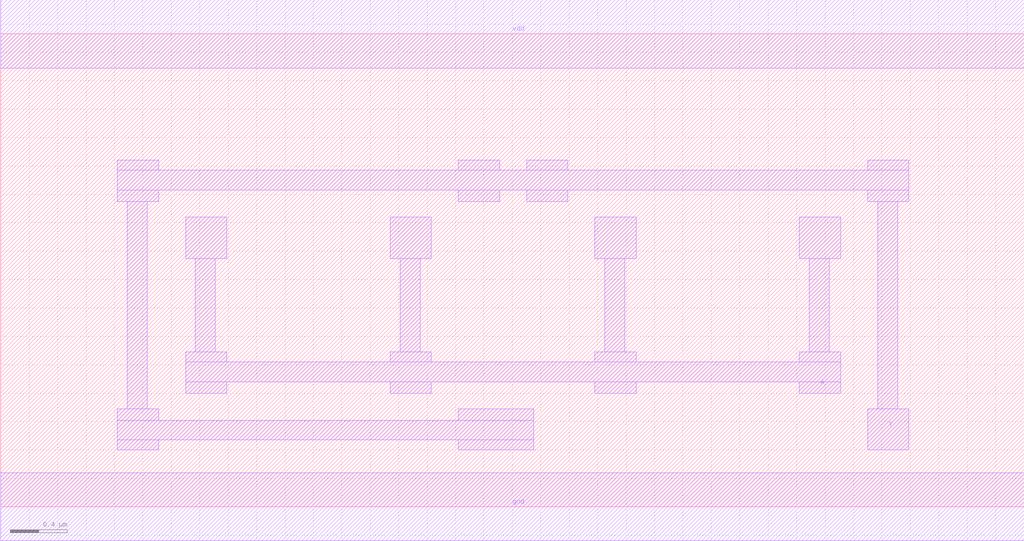
<source format=lef>
VERSION 5.7 ;
  NOWIREEXTENSIONATPIN ON ;
  DIVIDERCHAR "/" ;
  BUSBITCHARS "[]" ;
MACRO INVX8
  CLASS CORE ;
  FOREIGN INVX8 ;
  ORIGIN 0.000 0.000 ;
  SIZE 7.200 BY 3.330 ;
  SYMMETRY X Y R90 ;
  SITE unithd ;
  PIN vdd
    DIRECTION INOUT ;
    USE POWER ;
    SHAPE ABUTMENT ;
    PORT
      LAYER met1 ;
        RECT 0.000 3.090 7.200 3.570 ;
    END
  END vdd
  PIN gnd
    DIRECTION INOUT ;
    USE GROUND ;
    SHAPE ABUTMENT ;
    PORT
      LAYER met1 ;
        RECT 0.000 -0.240 7.200 0.240 ;
    END
  END gnd
  PIN Y
    DIRECTION INOUT ;
    USE SIGNAL ;
    SHAPE ABUTMENT ;
    PORT
      LAYER met1 ;
        RECT 0.820 2.370 1.110 2.440 ;
        RECT 3.220 2.370 3.510 2.440 ;
        RECT 3.700 2.370 3.990 2.440 ;
        RECT 6.100 2.370 6.390 2.440 ;
        RECT 0.820 2.230 6.390 2.370 ;
        RECT 0.820 2.150 1.110 2.230 ;
        RECT 3.220 2.150 3.510 2.230 ;
        RECT 3.700 2.150 3.990 2.230 ;
        RECT 6.100 2.150 6.390 2.230 ;
        RECT 0.890 0.690 1.030 2.150 ;
        RECT 6.170 0.690 6.310 2.150 ;
        RECT 0.820 0.610 1.110 0.690 ;
        RECT 3.220 0.610 3.750 0.690 ;
        RECT 0.820 0.470 3.750 0.610 ;
        RECT 0.820 0.400 1.110 0.470 ;
        RECT 3.220 0.400 3.750 0.470 ;
        RECT 6.100 0.400 6.390 0.690 ;
    END
  END Y
  PIN A
    DIRECTION INOUT ;
    USE SIGNAL ;
    SHAPE ABUTMENT ;
    PORT
      LAYER met1 ;
        RECT 1.300 1.750 1.590 2.040 ;
        RECT 2.740 1.750 3.030 2.040 ;
        RECT 4.180 1.750 4.470 2.040 ;
        RECT 5.620 1.750 5.910 2.040 ;
        RECT 1.370 1.090 1.510 1.750 ;
        RECT 2.810 1.090 2.950 1.750 ;
        RECT 4.250 1.090 4.390 1.750 ;
        RECT 5.690 1.090 5.830 1.750 ;
        RECT 1.300 1.020 1.590 1.090 ;
        RECT 2.740 1.020 3.030 1.090 ;
        RECT 4.180 1.020 4.470 1.090 ;
        RECT 5.620 1.020 5.910 1.090 ;
        RECT 1.300 0.880 5.910 1.020 ;
        RECT 1.300 0.800 1.590 0.880 ;
        RECT 2.740 0.800 3.030 0.880 ;
        RECT 4.180 0.800 4.470 0.880 ;
        RECT 5.620 0.800 5.910 0.880 ;
    END
  END A
END INVX8
END LIBRARY


</source>
